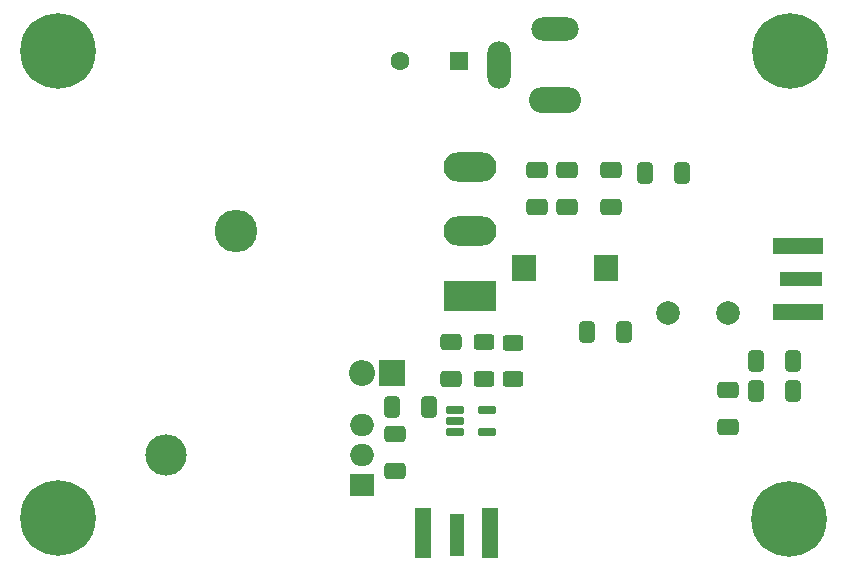
<source format=gbr>
%TF.GenerationSoftware,KiCad,Pcbnew,8.99.0-unknown-e538b98286~178~ubuntu22.04.1*%
%TF.CreationDate,2024-04-14T11:06:52+05:30*%
%TF.ProjectId,HF-PA-v10,48462d50-412d-4763-9130-2e6b69636164,rev?*%
%TF.SameCoordinates,Original*%
%TF.FileFunction,Soldermask,Top*%
%TF.FilePolarity,Negative*%
%FSLAX46Y46*%
G04 Gerber Fmt 4.6, Leading zero omitted, Abs format (unit mm)*
G04 Created by KiCad (PCBNEW 8.99.0-unknown-e538b98286~178~ubuntu22.04.1) date 2024-04-14 11:06:52*
%MOMM*%
%LPD*%
G01*
G04 APERTURE LIST*
G04 Aperture macros list*
%AMRoundRect*
0 Rectangle with rounded corners*
0 $1 Rounding radius*
0 $2 $3 $4 $5 $6 $7 $8 $9 X,Y pos of 4 corners*
0 Add a 4 corners polygon primitive as box body*
4,1,4,$2,$3,$4,$5,$6,$7,$8,$9,$2,$3,0*
0 Add four circle primitives for the rounded corners*
1,1,$1+$1,$2,$3*
1,1,$1+$1,$4,$5*
1,1,$1+$1,$6,$7*
1,1,$1+$1,$8,$9*
0 Add four rect primitives between the rounded corners*
20,1,$1+$1,$2,$3,$4,$5,0*
20,1,$1+$1,$4,$5,$6,$7,0*
20,1,$1+$1,$6,$7,$8,$9,0*
20,1,$1+$1,$8,$9,$2,$3,0*%
G04 Aperture macros list end*
%ADD10RoundRect,0.250000X-0.412500X-0.650000X0.412500X-0.650000X0.412500X0.650000X-0.412500X0.650000X0*%
%ADD11RoundRect,0.250000X0.412500X0.650000X-0.412500X0.650000X-0.412500X-0.650000X0.412500X-0.650000X0*%
%ADD12C,2.000000*%
%ADD13C,0.800000*%
%ADD14C,6.400000*%
%ADD15RoundRect,0.250000X-0.650000X0.412500X-0.650000X-0.412500X0.650000X-0.412500X0.650000X0.412500X0*%
%ADD16R,3.600000X1.270000*%
%ADD17R,4.200000X1.350000*%
%ADD18O,4.400000X2.200000*%
%ADD19O,4.000000X2.000000*%
%ADD20O,2.000000X4.000000*%
%ADD21R,1.600000X1.600000*%
%ADD22C,1.600000*%
%ADD23RoundRect,0.250000X0.650000X-0.412500X0.650000X0.412500X-0.650000X0.412500X-0.650000X-0.412500X0*%
%ADD24O,3.500000X3.500000*%
%ADD25R,2.000000X1.905000*%
%ADD26O,2.000000X1.905000*%
%ADD27R,1.270000X3.600000*%
%ADD28R,1.350000X4.200000*%
%ADD29O,3.600000X3.600000*%
%ADD30R,4.500000X2.500000*%
%ADD31O,4.500000X2.500000*%
%ADD32R,2.200000X2.200000*%
%ADD33O,2.200000X2.200000*%
%ADD34RoundRect,0.162500X-0.617500X-0.162500X0.617500X-0.162500X0.617500X0.162500X-0.617500X0.162500X0*%
%ADD35RoundRect,0.250000X-0.625000X0.400000X-0.625000X-0.400000X0.625000X-0.400000X0.625000X0.400000X0*%
%ADD36R,2.050000X2.200000*%
G04 APERTURE END LIST*
D10*
%TO.C,C9*%
X173222500Y-96330000D03*
X170097500Y-96330000D03*
%TD*%
D11*
%TO.C,C7*%
X189752500Y-89990000D03*
X186627500Y-89990000D03*
%TD*%
D12*
%TO.C,L4*%
X193440000Y-88320000D03*
X198520000Y-88320000D03*
%TD*%
D13*
%TO.C,H3*%
X139400000Y-105720000D03*
X140102944Y-104022944D03*
X140102944Y-107417056D03*
X141800000Y-103320000D03*
D14*
X141800000Y-105720000D03*
D13*
X141800000Y-108120000D03*
X143497056Y-104022944D03*
X143497056Y-107417056D03*
X144200000Y-105720000D03*
%TD*%
D15*
%TO.C,C17*%
X184930000Y-76230000D03*
X184930000Y-79355000D03*
%TD*%
D16*
%TO.C,RF_OUT1*%
X204677500Y-85460000D03*
D17*
X204477500Y-88285000D03*
X204477500Y-82635000D03*
%TD*%
D15*
%TO.C,C14*%
X188650000Y-76207500D03*
X188650000Y-79332500D03*
%TD*%
D18*
%TO.C,Power1*%
X183850000Y-70312500D03*
D19*
X183850000Y-64312500D03*
D20*
X179150000Y-67312500D03*
%TD*%
D21*
%TO.C,C15*%
X175762651Y-67050000D03*
D22*
X170762651Y-67050000D03*
%TD*%
D23*
%TO.C,C4*%
X175110000Y-93962500D03*
X175110000Y-90837500D03*
%TD*%
D13*
%TO.C,H4*%
X201300000Y-105790000D03*
X202002944Y-104092944D03*
X202002944Y-107487056D03*
X203700000Y-103390000D03*
D14*
X203700000Y-105790000D03*
D13*
X203700000Y-108190000D03*
X205397056Y-104092944D03*
X205397056Y-107487056D03*
X206100000Y-105790000D03*
%TD*%
D24*
%TO.C,U3*%
X150920000Y-100390000D03*
D25*
X167580000Y-102930000D03*
D26*
X167580000Y-100390000D03*
X167580000Y-97850000D03*
%TD*%
D10*
%TO.C,C1*%
X200917500Y-92420000D03*
X204042500Y-92420000D03*
%TD*%
D27*
%TO.C,RF_IN1*%
X175570000Y-107140000D03*
D28*
X172745000Y-106940000D03*
X178395000Y-106940000D03*
%TD*%
D29*
%TO.C,Q1*%
X156840000Y-81430000D03*
D30*
X176700000Y-86880000D03*
D31*
X176700000Y-81430000D03*
X176700000Y-75980000D03*
%TD*%
D23*
%TO.C,C3*%
X182350000Y-79352500D03*
X182350000Y-76227500D03*
%TD*%
D32*
%TO.C,D1*%
X170110000Y-93430000D03*
D33*
X167570000Y-93430000D03*
%TD*%
D34*
%TO.C,U2*%
X175440000Y-96522500D03*
X175440000Y-97472500D03*
X175440000Y-98422500D03*
X178140000Y-98422500D03*
X178140000Y-96522500D03*
%TD*%
D10*
%TO.C,C6*%
X191507500Y-76460000D03*
X194632500Y-76460000D03*
%TD*%
D13*
%TO.C,H1*%
X139430000Y-66200000D03*
X140132944Y-64502944D03*
X140132944Y-67897056D03*
X141830000Y-63800000D03*
D14*
X141830000Y-66200000D03*
D13*
X141830000Y-68600000D03*
X143527056Y-64502944D03*
X143527056Y-67897056D03*
X144230000Y-66200000D03*
%TD*%
D10*
%TO.C,C2*%
X200910000Y-94930000D03*
X204035000Y-94930000D03*
%TD*%
D15*
%TO.C,C8*%
X170340000Y-98597500D03*
X170340000Y-101722500D03*
%TD*%
%TO.C,C10*%
X198490000Y-94907500D03*
X198490000Y-98032500D03*
%TD*%
D13*
%TO.C,H2*%
X201352944Y-66177944D03*
X202055888Y-64480888D03*
X202055888Y-67875000D03*
X203752944Y-63777944D03*
D14*
X203752944Y-66177944D03*
D13*
X203752944Y-68577944D03*
X205450000Y-64480888D03*
X205450000Y-67875000D03*
X206152944Y-66177944D03*
%TD*%
D35*
%TO.C,R2*%
X177860000Y-90840000D03*
X177860000Y-93940000D03*
%TD*%
%TO.C,R3*%
X180300000Y-90870000D03*
X180300000Y-93970000D03*
%TD*%
D36*
%TO.C,L3*%
X188205000Y-84520000D03*
X181255000Y-84520000D03*
%TD*%
M02*

</source>
